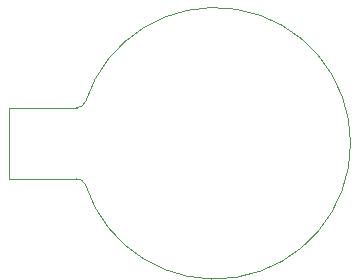
<source format=gbr>
G04 #@! TF.GenerationSoftware,KiCad,Pcbnew,5.1.7-a382d34a8~87~ubuntu20.04.1*
G04 #@! TF.CreationDate,2020-11-09T08:25:24+01:00*
G04 #@! TF.ProjectId,OpenerV1.1_Board,4f70656e-6572-4563-912e-315f426f6172,rev?*
G04 #@! TF.SameCoordinates,Original*
G04 #@! TF.FileFunction,Legend,Bot*
G04 #@! TF.FilePolarity,Positive*
%FSLAX46Y46*%
G04 Gerber Fmt 4.6, Leading zero omitted, Abs format (unit mm)*
G04 Created by KiCad (PCBNEW 5.1.7-a382d34a8~87~ubuntu20.04.1) date 2020-11-09 08:25:24*
%MOMM*%
%LPD*%
G01*
G04 APERTURE LIST*
%ADD10C,0.120000*%
G04 APERTURE END LIST*
D10*
X136738000Y-63421000D02*
X142438000Y-63421000D01*
X136738000Y-63421000D02*
X136738000Y-69421000D01*
X136738000Y-69421000D02*
X142438000Y-69421000D01*
X143189754Y-69947384D02*
G75*
G03*
X142438000Y-69421000I-751754J-273616D01*
G01*
X165633671Y-66375719D02*
G75*
G02*
X143188000Y-69921000I-11495671J-45281D01*
G01*
X143189754Y-62894616D02*
G75*
G02*
X142438000Y-63421000I-751754J273616D01*
G01*
X165633671Y-66466281D02*
G75*
G03*
X143188000Y-62921000I-11495671J45281D01*
G01*
M02*

</source>
